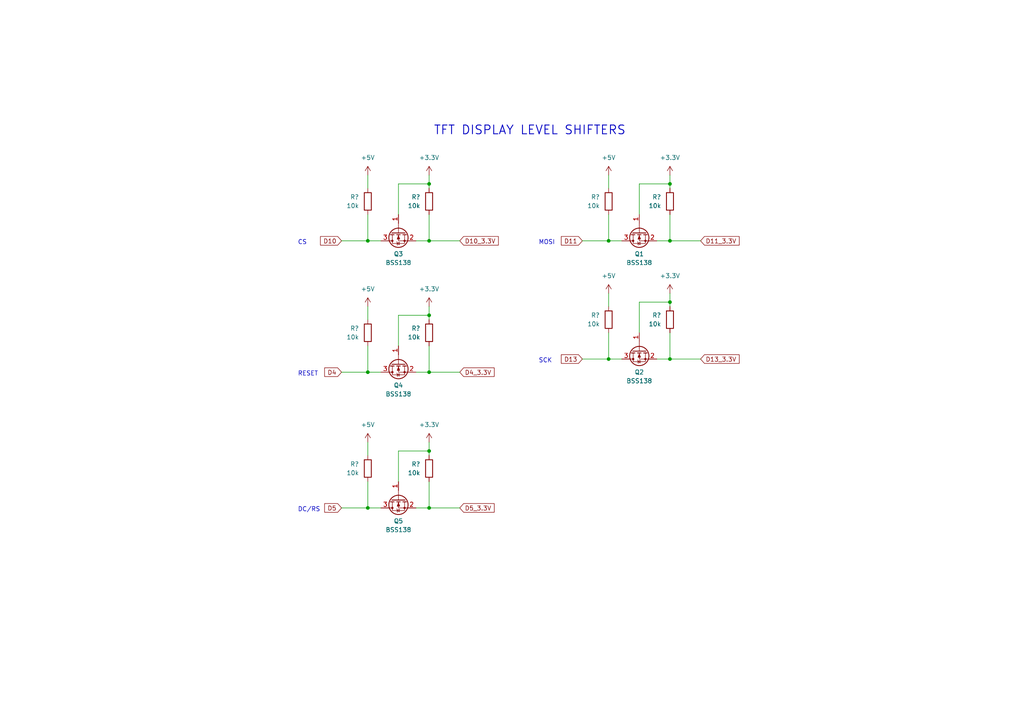
<source format=kicad_sch>
(kicad_sch (version 20230121) (generator eeschema)
  (paper "A4")
  (lib_symbols
    (symbol "Device:R" (pin_numbers hide) (pin_names (offset 0))
      (property "Reference" "R" (at 2.032 0 90))
      (property "Value" "R" (at 0 0 90))
      (symbol "R_0_1"
        (rectangle (start -1.016 -2.54) (end 1.016 2.54) (stroke (width 0.254)))
      )
      (symbol "R_1_1"
        (pin passive line (at 0 3.81 270) (length 1.27) (name "~") (number "1"))
        (pin passive line (at 0 -3.81 90) (length 1.27) (name "~") (number "2"))
      )
    )
    (symbol "Transistor_FET:BSS138" (pin_names hide)
      (property "Reference" "Q" (at 5.08 1.905 0))
      (property "Value" "BSS138" (at 5.08 0 0))
      (symbol "BSS138_0_1"
        (polyline (pts (xy 0.254 0) (xy -2.54 0)))
        (polyline (pts (xy 0.254 1.905) (xy 0.254 -1.905)) (stroke (width 0.254)))
        (polyline (pts (xy 0.762 -1.27) (xy 0.762 -2.286)) (stroke (width 0.254)))
        (polyline (pts (xy 0.762 0.508) (xy 0.762 -0.508)) (stroke (width 0.254)))
        (polyline (pts (xy 0.762 2.286) (xy 0.762 1.27)) (stroke (width 0.254)))
        (polyline (pts (xy 2.54 2.54) (xy 2.54 1.778)))
        (polyline (pts (xy 2.54 -2.54) (xy 2.54 0) (xy 0.762 0)))
        (polyline (pts (xy 0.762 -1.778) (xy 3.302 -1.778) (xy 3.302 1.778) (xy 0.762 1.778)))
        (polyline (pts (xy 1.016 0) (xy 2.032 0.381) (xy 2.032 -0.381) (xy 1.016 0)) (fill (type outline)))
        (polyline (pts (xy 2.794 0.508) (xy 2.921 0.381) (xy 3.683 0.381) (xy 3.81 0.254)))
        (polyline (pts (xy 3.302 0.381) (xy 2.921 -0.254) (xy 3.683 -0.254) (xy 3.302 0.381)))
        (circle (center 1.651 0) (radius 2.794) (stroke (width 0.254)))
        (circle (center 2.54 -1.778) (radius 0.254) (fill (type outline)))
        (circle (center 2.54 1.778) (radius 0.254) (fill (type outline)))
      )
      (symbol "BSS138_1_1"
        (pin input line (at -5.08 0 0) (length 2.54) (name "G") (number "1"))
        (pin passive line (at 2.54 -5.08 90) (length 2.54) (name "S") (number "2"))
        (pin passive line (at 2.54 5.08 270) (length 2.54) (name "D") (number "3"))
      )
    )
    (symbol "power:+3.3V" (power) (pin_names (offset 0))
      (property "Value" "+3.3V" (at 0 3.556 0))
      (symbol "+3.3V_0_1"
        (polyline (pts (xy -0.762 1.27) (xy 0 2.54)))
        (polyline (pts (xy 0 0) (xy 0 2.54)))
        (polyline (pts (xy 0 2.54) (xy 0.762 1.27)))
      )
      (symbol "+3.3V_1_1"
        (pin power_in line (at 0 0 90) (length 0) hide (name "+3.3V") (number "1"))
      )
    )
    (symbol "power:+5V" (power) (pin_names (offset 0))
      (property "Value" "+5V" (at 0 3.556 0))
      (symbol "+5V_0_1"
        (polyline (pts (xy -0.762 1.27) (xy 0 2.54)))
        (polyline (pts (xy 0 0) (xy 0 2.54)))
        (polyline (pts (xy 0 2.54) (xy 0.762 1.27)))
      )
      (symbol "+5V_1_1"
        (pin power_in line (at 0 0 90) (length 0) hide (name "+5V") (number "1"))
      )
    )
  )
  (junction (at 106.68 69.85))
  (junction (at 124.46 91.44))
  (junction (at 124.46 147.32))
  (junction (at 106.68 147.32))
  (junction (at 124.46 53.34))
  (junction (at 124.46 69.85))
  (junction (at 194.31 87.63))
  (junction (at 194.31 69.85))
  (junction (at 124.46 107.95))
  (junction (at 194.31 53.34))
  (junction (at 176.53 69.85))
  (junction (at 124.46 130.81))
  (junction (at 194.31 104.14))
  (junction (at 176.53 104.14))
  (junction (at 106.68 107.95))
  (wire (pts (xy 185.42 53.34) (xy 194.31 53.34)))
  (wire (pts (xy 106.68 100.33) (xy 106.68 107.95)))
  (wire (pts (xy 99.06 107.95) (xy 106.68 107.95)))
  (wire (pts (xy 106.68 62.23) (xy 106.68 69.85)))
  (wire (pts (xy 106.68 139.7) (xy 106.68 147.32)))
  (wire (pts (xy 115.57 62.23) (xy 115.57 53.34)))
  (wire (pts (xy 190.5 69.85) (xy 194.31 69.85)))
  (wire (pts (xy 106.68 107.95) (xy 110.49 107.95)))
  (wire (pts (xy 124.46 130.81) (xy 124.46 128.27)))
  (wire (pts (xy 124.46 91.44) (xy 124.46 88.9)))
  (wire (pts (xy 194.31 104.14) (xy 194.31 96.52)))
  (wire (pts (xy 194.31 87.63) (xy 194.31 85.09)))
  (wire (pts (xy 185.42 62.23) (xy 185.42 53.34)))
  (wire (pts (xy 176.53 96.52) (xy 176.53 104.14)))
  (wire (pts (xy 176.53 104.14) (xy 180.34 104.14)))
  (wire (pts (xy 106.68 69.85) (xy 110.49 69.85)))
  (wire (pts (xy 115.57 91.44) (xy 124.46 91.44)))
  (wire (pts (xy 168.91 69.85) (xy 176.53 69.85)))
  (wire (pts (xy 99.06 147.32) (xy 106.68 147.32)))
  (wire (pts (xy 124.46 107.95) (xy 124.46 100.33)))
  (wire (pts (xy 168.91 104.14) (xy 176.53 104.14)))
  (wire (pts (xy 124.46 147.32) (xy 124.46 139.7)))
  (wire (pts (xy 124.46 132.08) (xy 124.46 130.81)))
  (wire (pts (xy 124.46 92.71) (xy 124.46 91.44)))
  (wire (pts (xy 124.46 54.61) (xy 124.46 53.34)))
  (wire (pts (xy 120.65 69.85) (xy 124.46 69.85)))
  (wire (pts (xy 115.57 100.33) (xy 115.57 91.44)))
  (wire (pts (xy 190.5 104.14) (xy 194.31 104.14)))
  (wire (pts (xy 120.65 107.95) (xy 124.46 107.95)))
  (wire (pts (xy 106.68 147.32) (xy 110.49 147.32)))
  (wire (pts (xy 106.68 132.08) (xy 106.68 128.27)))
  (wire (pts (xy 176.53 54.61) (xy 176.53 50.8)))
  (wire (pts (xy 133.35 69.85) (xy 124.46 69.85)))
  (wire (pts (xy 194.31 53.34) (xy 194.31 50.8)))
  (wire (pts (xy 194.31 88.9) (xy 194.31 87.63)))
  (wire (pts (xy 115.57 53.34) (xy 124.46 53.34)))
  (wire (pts (xy 124.46 53.34) (xy 124.46 50.8)))
  (wire (pts (xy 176.53 62.23) (xy 176.53 69.85)))
  (wire (pts (xy 176.53 69.85) (xy 180.34 69.85)))
  (wire (pts (xy 185.42 87.63) (xy 194.31 87.63)))
  (wire (pts (xy 194.31 69.85) (xy 194.31 62.23)))
  (wire (pts (xy 124.46 69.85) (xy 124.46 62.23)))
  (wire (pts (xy 115.57 130.81) (xy 124.46 130.81)))
  (wire (pts (xy 203.2 104.14) (xy 194.31 104.14)))
  (wire (pts (xy 115.57 139.7) (xy 115.57 130.81)))
  (wire (pts (xy 185.42 96.52) (xy 185.42 87.63)))
  (wire (pts (xy 106.68 92.71) (xy 106.68 88.9)))
  (wire (pts (xy 133.35 147.32) (xy 124.46 147.32)))
  (wire (pts (xy 120.65 147.32) (xy 124.46 147.32)))
  (wire (pts (xy 106.68 54.61) (xy 106.68 50.8)))
  (wire (pts (xy 194.31 54.61) (xy 194.31 53.34)))
  (wire (pts (xy 203.2 69.85) (xy 194.31 69.85)))
  (wire (pts (xy 99.06 69.85) (xy 106.68 69.85)))
  (wire (pts (xy 176.53 88.9) (xy 176.53 85.09)))
  (wire (pts (xy 133.35 107.95) (xy 124.46 107.95)))
  (text "TFT DISPLAY LEVEL SHIFTERS" (at 125.73 39.37 0) (effects (font (size 2.54 2.54) (thickness 0.254) bold) (justify left bottom)))
  (text "RESET" (at 86.36 109.22 0) (effects (font (size 1.27 1.27)) (justify left bottom)))
  (text "DC/RS\n" (at 86.36 148.59 0) (effects (font (size 1.27 1.27)) (justify left bottom)))
  (text "SCK\n" (at 156.21 105.41 0) (effects (font (size 1.27 1.27)) (justify left bottom)))
  (text "CS" (at 86.36 71.12 0) (effects (font (size 1.27 1.27)) (justify left bottom)))
  (text "MOSI" (at 156.21 71.12 0) (effects (font (size 1.27 1.27)) (justify left bottom)))
  (global_label "D11" (shape input) (at 168.91 69.85 180) (property "Intersheetrefs" "${INTERSHEET_REFS}" (effects hide)))
  (global_label "D4_3.3V" (shape input) (at 133.35 107.95 0) (property "Intersheetrefs" "${INTERSHEET_REFS}" (effects hide)))
  (global_label "D10_3.3V" (shape input) (at 133.35 69.85 0) (property "Intersheetrefs" "${INTERSHEET_REFS}" (effects hide)))
  (global_label "D4" (shape input) (at 99.06 107.95 180) (property "Intersheetrefs" "${INTERSHEET_REFS}" (effects hide)))
  (global_label "D10" (shape input) (at 99.06 69.85 180) (property "Intersheetrefs" "${INTERSHEET_REFS}" (effects hide)))
  (global_label "D5_3.3V" (shape input) (at 133.35 147.32 0) (property "Intersheetrefs" "${INTERSHEET_REFS}" (effects hide)))
  (global_label "D13_3.3V" (shape input) (at 203.2 104.14 0) (property "Intersheetrefs" "${INTERSHEET_REFS}" (effects hide)))
  (global_label "D13" (shape input) (at 168.91 104.14 180) (property "Intersheetrefs" "${INTERSHEET_REFS}" (effects hide)))
  (global_label "D5" (shape input) (at 99.06 147.32 180) (property "Intersheetrefs" "${INTERSHEET_REFS}" (effects hide)))
  (global_label "D11_3.3V" (shape input) (at 203.2 69.85 0) (property "Intersheetrefs" "${INTERSHEET_REFS}" (effects hide)))
  (symbol (lib_id "power:+3.3V") (at 124.46 88.9 0) (mirror y) (unit 1)
    (property "Reference" "#PWR053" (effects hide))
    (property "Value" "+3.3V" (at 124.46 83.82 0))
    (instances (project "central_hub" (path "" (reference "#PWR053") (unit 1)) (path "" (reference "#PWR082") (unit 1))) (project "motor_board_pcb" (path "" (reference "#PWR061") (unit 1))) (project "LocalDesign" (path "" (reference "#PWR07") (unit 1))))
  )
  (symbol (lib_id "Transistor_FET:BSS138") (at 185.42 101.6 90) (mirror x) (unit 1)
    (property "Reference" "Q2" (at 185.42 107.95 90))
    (property "Value" "BSS138" (at 185.42 110.49 90))
    (property "Footprint" "Package_TO_SOT_SMD:SOT-23" (effects hide))
    (property "Datasheet" "https://www.onsemi.com/pub/Collateral/BSS138-D.PDF" (effects hide))
  )
  (symbol (lib_id "Device:R") (at 124.46 58.42 0) (mirror y) (unit 1)
    (property "Reference" "R?" (at 121.92 57.15 0) (effects (justify left)))
    (property "Value" "10k" (at 121.92 59.69 0) (effects (justify left)))
    (property "Footprint" "Resistor_SMD:R_0603_1608Metric" (effects hide))
    (instances (project "central_hub" (path "" (reference "R?") (unit 1)) (path "" (reference "R?") (unit 1)) (path "" (reference "R23") (unit 1)) (path "" (reference "R28") (unit 1))) (project "motor_board_pcb" (path "" (reference "R30") (unit 1))))
  )
  (symbol (lib_id "Transistor_FET:BSS138") (at 115.57 144.78 90) (mirror x) (unit 1)
    (property "Reference" "Q5" (at 115.57 151.13 90))
    (property "Value" "BSS138" (at 115.57 153.67 90))
    (property "Footprint" "Package_TO_SOT_SMD:SOT-23" (effects hide))
    (property "Datasheet" "https://www.onsemi.com/pub/Collateral/BSS138-D.PDF" (effects hide))
  )
  (symbol (lib_id "Device:R") (at 106.68 135.89 0) (mirror y) (unit 1)
    (property "Reference" "R?" (at 104.14 134.62 0) (effects (justify left)))
    (property "Value" "10k" (at 104.14 137.16 0) (effects (justify left)))
    (property "Footprint" "Resistor_SMD:R_0603_1608Metric" (effects hide))
    (instances (project "central_hub" (path "" (reference "R?") (unit 1)) (path "" (reference "R?") (unit 1)) (path "" (reference "R22") (unit 1)) (path "" (reference "R30") (unit 1))) (project "motor_board_pcb" (path "" (reference "R30") (unit 1))))
  )
  (symbol (lib_id "power:+5V") (at 106.68 88.9 0) (mirror y) (unit 1)
    (property "Reference" "#PWR047" (effects hide))
    (property "Value" "+5V" (at 106.68 83.82 0))
    (instances (project "central_hub" (path "" (reference "#PWR047") (unit 1)) (path "" (reference "#PWR076") (unit 1))) (project "motor_board_pcb" (path "" (reference "#PWR055") (unit 1))) (project "LocalDesign" (path "" (reference "#PWR03") (unit 1))))
  )
  (symbol (lib_id "power:+5V") (at 176.53 85.09 0) (mirror y) (unit 1)
    (property "Reference" "#PWR047" (effects hide))
    (property "Value" "+5V" (at 176.53 80.01 0))
    (instances (project "central_hub" (path "" (reference "#PWR047") (unit 1)) (path "" (reference "#PWR073") (unit 1))) (project "motor_board_pcb" (path "" (reference "#PWR055") (unit 1))) (project "LocalDesign" (path "" (reference "#PWR03") (unit 1))))
  )
  (symbol (lib_id "Device:R") (at 124.46 135.89 0) (mirror y) (unit 1)
    (property "Reference" "R?" (at 121.92 134.62 0) (effects (justify left)))
    (property "Value" "10k" (at 121.92 137.16 0) (effects (justify left)))
    (property "Footprint" "Resistor_SMD:R_0603_1608Metric" (effects hide))
    (instances (project "central_hub" (path "" (reference "R?") (unit 1)) (path "" (reference "R?") (unit 1)) (path "" (reference "R23") (unit 1)) (path "" (reference "R31") (unit 1))) (project "motor_board_pcb" (path "" (reference "R30") (unit 1))))
  )
  (symbol (lib_id "power:+3.3V") (at 124.46 50.8 0) (mirror y) (unit 1)
    (property "Reference" "#PWR053" (effects hide))
    (property "Value" "+3.3V" (at 124.46 45.72 0))
    (instances (project "central_hub" (path "" (reference "#PWR053") (unit 1)) (path "" (reference "#PWR077") (unit 1))) (project "motor_board_pcb" (path "" (reference "#PWR061") (unit 1))) (project "LocalDesign" (path "" (reference "#PWR07") (unit 1))))
  )
  (symbol (lib_id "Transistor_FET:BSS138") (at 185.42 67.31 90) (mirror x) (unit 1)
    (property "Reference" "Q1" (at 185.42 73.66 90))
    (property "Value" "BSS138" (at 185.42 76.2 90))
    (property "Footprint" "Package_TO_SOT_SMD:SOT-23" (effects hide))
    (property "Datasheet" "https://www.onsemi.com/pub/Collateral/BSS138-D.PDF" (effects hide))
  )
  (symbol (lib_id "Transistor_FET:BSS138") (at 115.57 105.41 90) (mirror x) (unit 1)
    (property "Reference" "Q4" (at 115.57 111.76 90))
    (property "Value" "BSS138" (at 115.57 114.3 90))
    (property "Footprint" "Package_TO_SOT_SMD:SOT-23" (effects hide))
    (property "Datasheet" "https://www.onsemi.com/pub/Collateral/BSS138-D.PDF" (effects hide))
  )
  (symbol (lib_id "power:+5V") (at 106.68 128.27 0) (mirror y) (unit 1)
    (property "Reference" "#PWR047" (effects hide))
    (property "Value" "+5V" (at 106.68 123.19 0))
    (instances (project "central_hub" (path "" (reference "#PWR047") (unit 1)) (path "" (reference "#PWR083") (unit 1))) (project "motor_board_pcb" (path "" (reference "#PWR055") (unit 1))) (project "LocalDesign" (path "" (reference "#PWR03") (unit 1))))
  )
  (symbol (lib_id "power:+3.3V") (at 194.31 50.8 0) (mirror y) (unit 1)
    (property "Reference" "#PWR053" (effects hide))
    (property "Value" "+3.3V" (at 194.31 45.72 0))
    (instances (project "central_hub" (path "" (reference "#PWR053") (unit 1)) (path "" (reference "#PWR071") (unit 1))) (project "motor_board_pcb" (path "" (reference "#PWR061") (unit 1))) (project "LocalDesign" (path "" (reference "#PWR07") (unit 1))))
  )
  (symbol (lib_id "power:+5V") (at 176.53 50.8 0) (mirror y) (unit 1)
    (property "Reference" "#PWR047" (effects hide))
    (property "Value" "+5V" (at 176.53 45.72 0))
    (instances (project "central_hub" (path "" (reference "#PWR047") (unit 1)) (path "" (reference "#PWR070") (unit 1))) (project "motor_board_pcb" (path "" (reference "#PWR055") (unit 1))) (project "LocalDesign" (path "" (reference "#PWR03") (unit 1))))
  )
  (symbol (lib_id "Device:R") (at 106.68 96.52 0) (mirror y) (unit 1)
    (property "Reference" "R?" (at 104.14 95.25 0) (effects (justify left)))
    (property "Value" "10k" (at 104.14 97.79 0) (effects (justify left)))
    (property "Footprint" "Resistor_SMD:R_0603_1608Metric" (effects hide))
    (instances (project "central_hub" (path "" (reference "R?") (unit 1)) (path "" (reference "R?") (unit 1)) (path "" (reference "R22") (unit 1)) (path "" (reference "R27") (unit 1))) (project "motor_board_pcb" (path "" (reference "R30") (unit 1))))
  )
  (symbol (lib_id "power:+3.3V") (at 124.46 128.27 0) (mirror y) (unit 1)
    (property "Reference" "#PWR053" (effects hide))
    (property "Value" "+3.3V" (at 124.46 123.19 0))
    (instances (project "central_hub" (path "" (reference "#PWR053") (unit 1)) (path "" (reference "#PWR085") (unit 1))) (project "motor_board_pcb" (path "" (reference "#PWR061") (unit 1))) (project "LocalDesign" (path "" (reference "#PWR07") (unit 1))))
  )
  (symbol (lib_id "Transistor_FET:BSS138") (at 115.57 67.31 90) (mirror x) (unit 1)
    (property "Reference" "Q3" (at 115.57 73.66 90))
    (property "Value" "BSS138" (at 115.57 76.2 90))
    (property "Footprint" "Package_TO_SOT_SMD:SOT-23" (effects hide))
    (property "Datasheet" "https://www.onsemi.com/pub/Collateral/BSS138-D.PDF" (effects hide))
  )
  (symbol (lib_id "Device:R") (at 194.31 58.42 0) (mirror y) (unit 1)
    (property "Reference" "R?" (at 191.77 57.15 0) (effects (justify left)))
    (property "Value" "10k" (at 191.77 59.69 0) (effects (justify left)))
    (property "Footprint" "Resistor_SMD:R_0603_1608Metric" (effects hide))
    (instances (project "central_hub" (path "" (reference "R?") (unit 1)) (path "" (reference "R?") (unit 1)) (path "" (reference "R23") (unit 1)) (path "" (reference "R23") (unit 1))) (project "motor_board_pcb" (path "" (reference "R30") (unit 1))))
  )
  (symbol (lib_id "Device:R") (at 176.53 92.71 0) (mirror y) (unit 1)
    (property "Reference" "R?" (at 173.99 91.44 0) (effects (justify left)))
    (property "Value" "10k" (at 173.99 93.98 0) (effects (justify left)))
    (property "Footprint" "Resistor_SMD:R_0603_1608Metric" (effects hide))
    (instances (project "central_hub" (path "" (reference "R?") (unit 1)) (path "" (reference "R?") (unit 1)) (path "" (reference "R22") (unit 1)) (path "" (reference "R24") (unit 1))) (project "motor_board_pcb" (path "" (reference "R30") (unit 1))))
  )
  (symbol (lib_id "Device:R") (at 194.31 92.71 0) (mirror y) (unit 1)
    (property "Reference" "R?" (at 191.77 91.44 0) (effects (justify left)))
    (property "Value" "10k" (at 191.77 93.98 0) (effects (justify left)))
    (property "Footprint" "Resistor_SMD:R_0603_1608Metric" (effects hide))
    (instances (project "central_hub" (path "" (reference "R?") (unit 1)) (path "" (reference "R?") (unit 1)) (path "" (reference "R23") (unit 1)) (path "" (reference "R25") (unit 1))) (project "motor_board_pcb" (path "" (reference "R30") (unit 1))))
  )
  (symbol (lib_id "Device:R") (at 176.53 58.42 0) (mirror y) (unit 1)
    (property "Reference" "R?" (at 173.99 57.15 0) (effects (justify left)))
    (property "Value" "10k" (at 173.99 59.69 0) (effects (justify left)))
    (property "Footprint" "Resistor_SMD:R_0603_1608Metric" (effects hide))
    (instances (project "central_hub" (path "" (reference "R?") (unit 1)) (path "" (reference "R?") (unit 1)) (path "" (reference "R22") (unit 1)) (path "" (reference "R22") (unit 1))) (project "motor_board_pcb" (path "" (reference "R30") (unit 1))))
  )
  (symbol (lib_id "Device:R") (at 124.46 96.52 0) (mirror y) (unit 1)
    (property "Reference" "R?" (at 121.92 95.25 0) (effects (justify left)))
    (property "Value" "10k" (at 121.92 97.79 0) (effects (justify left)))
    (property "Footprint" "Resistor_SMD:R_0603_1608Metric" (effects hide))
    (instances (project "central_hub" (path "" (reference "R?") (unit 1)) (path "" (reference "R?") (unit 1)) (path "" (reference "R23") (unit 1)) (path "" (reference "R29") (unit 1))) (project "motor_board_pcb" (path "" (reference "R30") (unit 1))))
  )
  (symbol (lib_id "Device:R") (at 106.68 58.42 0) (mirror y) (unit 1)
    (property "Reference" "R?" (at 104.14 57.15 0) (effects (justify left)))
    (property "Value" "10k" (at 104.14 59.69 0) (effects (justify left)))
    (property "Footprint" "Resistor_SMD:R_0603_1608Metric" (effects hide))
    (instances (project "central_hub" (path "" (reference "R?") (unit 1)) (path "" (reference "R?") (unit 1)) (path "" (reference "R22") (unit 1)) (path "" (reference "R26") (unit 1))) (project "motor_board_pcb" (path "" (reference "R30") (unit 1))))
  )
  (symbol (lib_id "power:+5V") (at 106.68 50.8 0) (mirror y) (unit 1)
    (property "Reference" "#PWR047" (effects hide))
    (property "Value" "+5V" (at 106.68 45.72 0))
    (instances (project "central_hub" (path "" (reference "#PWR047") (unit 1)) (path "" (reference "#PWR075") (unit 1))) (project "motor_board_pcb" (path "" (reference "#PWR055") (unit 1))) (project "LocalDesign" (path "" (reference "#PWR03") (unit 1))))
  )
  (symbol (lib_id "power:+3.3V") (at 194.31 85.09 0) (mirror y) (unit 1)
    (property "Reference" "#PWR053" (effects hide))
    (property "Value" "+3.3V" (at 194.31 80.01 0))
    (instances (project "central_hub" (path "" (reference "#PWR053") (unit 1)) (path "" (reference "#PWR074") (unit 1))) (project "motor_board_pcb" (path "" (reference "#PWR061") (unit 1))) (project "LocalDesign" (path "" (reference "#PWR07") (unit 1))))
  )
)
</source>
